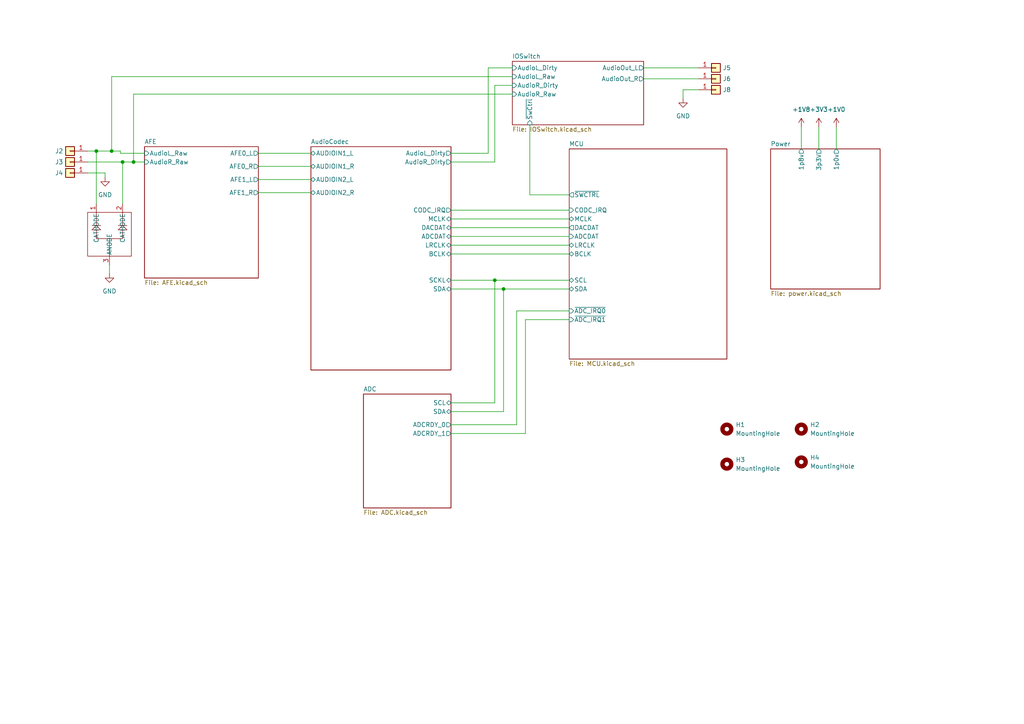
<source format=kicad_sch>
(kicad_sch (version 20230121) (generator eeschema)
  (paper "A4")
  (lib_symbols
    (symbol "Connector_Generic:Conn_01x01" (pin_names (offset 1.016) hide)
      (property "Reference" "J" (at 0 2.54 0))
      (property "Value" "Conn_01x01" (at 0 -2.54 0))
      (symbol "Conn_01x01_1_1"
        (rectangle (start -1.27 0.127) (end 0 -0.127) (stroke (width 0.1524)))
        (rectangle (start -1.27 1.27) (end 1.27 -1.27) (stroke (width 0.254)) (fill (type background)))
        (pin passive line (at -5.08 0 0) (length 3.81) (name "Pin_1") (number "1"))
      )
    )
    (symbol "Mechanical:MountingHole" (pin_names (offset 1.016))
      (property "Reference" "H" (at 0 5.08 0))
      (property "Value" "MountingHole" (at 0 3.175 0))
      (symbol "MountingHole_0_1"
        (circle (center 0 0) (radius 1.27) (stroke (width 1.27)))
      )
    )
    (symbol "TeenieWeenie:SM05T1G" (pin_names (offset 0.254))
      (symbol "SM05T1G_0_1"
        (rectangle (start -6.35 7.62) (end 6.35 -5.08))
        (polyline (pts (xy -5.08 3.81) (xy -2.54 3.81)))
        (polyline (pts (xy -3.81 3.81) (xy -3.81 7.62)))
        (polyline (pts (xy 0 -5.08) (xy 0 -3.81)))
        (polyline (pts (xy 0 -3.81) (xy 0 0)))
        (polyline (pts (xy 2.54 3.81) (xy 5.08 3.81)))
        (polyline (pts (xy 3.81 3.81) (xy 3.81 7.62)))
        (polyline (pts (xy -3.81 2.54) (xy -3.81 0) (xy 0 0)))
        (polyline (pts (xy 3.81 2.54) (xy 3.81 0) (xy 0 0)))
        (polyline (pts (xy -5.08 2.54) (xy -2.54 2.54) (xy -3.81 3.81) (xy -5.08 2.54)))
        (polyline (pts (xy 2.54 2.54) (xy 5.08 2.54) (xy 3.81 3.81) (xy 2.54 2.54)))
      )
      (symbol "SM05T1G_1_1"
        (pin unspecified line (at -3.81 10.16 270) (length 2.54) (name "CATHODE") (number "1"))
        (pin unspecified line (at 3.81 10.16 270) (length 2.54) (name "CATHODE") (number "2"))
        (pin unspecified line (at 0 -7.62 90) (length 2.54) (name "ANODE") (number "3"))
      )
    )
    (symbol "power:+1V0" (power) (pin_names (offset 0))
      (property "Value" "+1V0" (at 0 3.556 0))
      (symbol "+1V0_0_1"
        (polyline (pts (xy -0.762 1.27) (xy 0 2.54)))
        (polyline (pts (xy 0 0) (xy 0 2.54)))
        (polyline (pts (xy 0 2.54) (xy 0.762 1.27)))
      )
      (symbol "+1V0_1_1"
        (pin power_in line (at 0 0 90) (length 0) hide (name "+1V0") (number "1"))
      )
    )
    (symbol "power:+1V8" (power) (pin_names (offset 0))
      (property "Value" "+1V8" (at 0 3.556 0))
      (symbol "+1V8_0_1"
        (polyline (pts (xy -0.762 1.27) (xy 0 2.54)))
        (polyline (pts (xy 0 0) (xy 0 2.54)))
        (polyline (pts (xy 0 2.54) (xy 0.762 1.27)))
      )
      (symbol "+1V8_1_1"
        (pin power_in line (at 0 0 90) (length 0) hide (name "+1V8") (number "1"))
      )
    )
    (symbol "power:+3V3" (power) (pin_names (offset 0))
      (property "Value" "+3V3" (at 0 3.556 0))
      (symbol "+3V3_0_1"
        (polyline (pts (xy -0.762 1.27) (xy 0 2.54)))
        (polyline (pts (xy 0 0) (xy 0 2.54)))
        (polyline (pts (xy 0 2.54) (xy 0.762 1.27)))
      )
      (symbol "+3V3_1_1"
        (pin power_in line (at 0 0 90) (length 0) hide (name "+3V3") (number "1"))
      )
    )
    (symbol "power:GND" (power) (pin_names (offset 0))
      (property "Value" "GND" (at 0 -3.81 0))
      (symbol "GND_0_1"
        (polyline (pts (xy 0 0) (xy 0 -1.27) (xy 1.27 -1.27) (xy 0 -2.54) (xy -1.27 -1.27) (xy 0 -1.27)))
      )
      (symbol "GND_1_1"
        (pin power_in line (at 0 0 270) (length 0) hide (name "GND") (number "1"))
      )
    )
  )
  (junction (at 32.385 43.815))
  (junction (at 27.94 43.815))
  (junction (at 35.56 46.99))
  (junction (at 146.05 83.82))
  (junction (at 143.51 81.28))
  (junction (at 38.735 46.99))
  (wire (pts (xy 27.94 43.815) (xy 27.94 59.055)))
  (wire (pts (xy 186.69 22.86) (xy 202.565 22.86)))
  (wire (pts (xy 149.86 90.17) (xy 165.1 90.17)))
  (wire (pts (xy 35.56 46.99) (xy 38.735 46.99)))
  (wire (pts (xy 130.81 71.12) (xy 165.1 71.12)))
  (wire (pts (xy 31.75 76.835) (xy 31.75 79.375)))
  (wire (pts (xy 130.81 119.38) (xy 146.05 119.38)))
  (wire (pts (xy 152.4 92.71) (xy 165.1 92.71)))
  (wire (pts (xy 74.93 55.88) (xy 90.17 55.88)))
  (wire (pts (xy 130.81 125.73) (xy 152.4 125.73)))
  (wire (pts (xy 32.385 43.815) (xy 34.925 43.815)))
  (wire (pts (xy 130.81 44.45) (xy 141.605 44.45)))
  (wire (pts (xy 74.93 48.26) (xy 90.17 48.26)))
  (wire (pts (xy 242.57 36.83) (xy 242.57 43.18)))
  (wire (pts (xy 130.81 81.28) (xy 143.51 81.28)))
  (wire (pts (xy 130.81 68.58) (xy 165.1 68.58)))
  (wire (pts (xy 38.735 27.305) (xy 38.735 46.99)))
  (wire (pts (xy 237.49 36.83) (xy 237.49 43.18)))
  (wire (pts (xy 74.93 44.45) (xy 90.17 44.45)))
  (wire (pts (xy 130.81 60.96) (xy 165.1 60.96)))
  (wire (pts (xy 34.925 43.815) (xy 34.925 44.45)))
  (wire (pts (xy 130.81 63.5) (xy 165.1 63.5)))
  (wire (pts (xy 130.81 116.84) (xy 143.51 116.84)))
  (wire (pts (xy 143.51 116.84) (xy 143.51 81.28)))
  (wire (pts (xy 74.93 52.07) (xy 90.17 52.07)))
  (wire (pts (xy 153.67 36.195) (xy 153.67 56.515)))
  (wire (pts (xy 198.12 28.575) (xy 198.12 26.035)))
  (wire (pts (xy 25.4 50.165) (xy 30.48 50.165)))
  (wire (pts (xy 148.59 27.305) (xy 38.735 27.305)))
  (wire (pts (xy 30.48 51.435) (xy 30.48 50.165)))
  (wire (pts (xy 148.59 22.225) (xy 32.385 22.225)))
  (wire (pts (xy 32.385 22.225) (xy 32.385 43.815)))
  (wire (pts (xy 143.51 81.28) (xy 165.1 81.28)))
  (wire (pts (xy 25.4 43.815) (xy 27.94 43.815)))
  (wire (pts (xy 146.05 119.38) (xy 146.05 83.82)))
  (wire (pts (xy 35.56 46.99) (xy 35.56 59.055)))
  (wire (pts (xy 143.51 46.99) (xy 130.81 46.99)))
  (wire (pts (xy 186.69 19.685) (xy 202.565 19.685)))
  (wire (pts (xy 27.94 43.815) (xy 32.385 43.815)))
  (wire (pts (xy 141.605 19.685) (xy 141.605 44.45)))
  (wire (pts (xy 148.59 19.685) (xy 141.605 19.685)))
  (wire (pts (xy 38.735 46.99) (xy 41.91 46.99)))
  (wire (pts (xy 153.67 56.515) (xy 165.1 56.515)))
  (wire (pts (xy 34.925 44.45) (xy 41.91 44.45)))
  (wire (pts (xy 143.51 24.765) (xy 143.51 46.99)))
  (wire (pts (xy 148.59 24.765) (xy 143.51 24.765)))
  (wire (pts (xy 146.05 83.82) (xy 165.1 83.82)))
  (wire (pts (xy 25.4 46.99) (xy 35.56 46.99)))
  (wire (pts (xy 149.86 123.19) (xy 149.86 90.17)))
  (wire (pts (xy 152.4 125.73) (xy 152.4 92.71)))
  (wire (pts (xy 130.81 73.66) (xy 165.1 73.66)))
  (wire (pts (xy 130.81 83.82) (xy 146.05 83.82)))
  (wire (pts (xy 232.41 36.83) (xy 232.41 43.18)))
  (wire (pts (xy 130.81 123.19) (xy 149.86 123.19)))
  (wire (pts (xy 198.12 26.035) (xy 202.565 26.035)))
  (wire (pts (xy 130.81 66.04) (xy 165.1 66.04)))
  (symbol (lib_id "power:GND") (at 198.12 28.575 0) (unit 1)
    (property "Reference" "#PWR0104" (effects hide))
    (property "Value" "GND" (at 198.12 33.655 0))
  )
  (symbol (lib_id "Connector_Generic:Conn_01x01") (at 20.32 43.815 180) (unit 1)
    (property "Reference" "J2" (at 17.145 43.815 0))
    (property "Value" "Conn_01x01" (effects hide))
    (property "Footprint" "Connector_PinHeader_1.00mm:PinHeader_1x01_P1.00mm_Vertical" (effects hide))
  )
  (symbol (lib_id "Connector_Generic:Conn_01x01") (at 207.645 19.685 0) (unit 1)
    (property "Reference" "J5" (at 210.82 19.685 0))
    (property "Value" "Conn_01x01" (effects hide))
    (property "Footprint" "Connector_PinHeader_1.00mm:PinHeader_1x01_P1.00mm_Vertical" (effects hide))
  )
  (symbol (lib_id "power:+1V0") (at 242.57 36.83 0) (unit 1)
    (property "Reference" "#PWR070" (effects hide))
    (property "Value" "+1V0" (at 242.57 31.75 0))
  )
  (symbol (lib_id "Mechanical:MountingHole") (at 210.82 134.62 0) (unit 1)
    (property "Reference" "H3" (at 213.36 133.35 0) (effects (justify left)))
    (property "Value" "MountingHole" (at 213.36 135.89 0) (effects (justify left)))
    (property "Footprint" "MountingHole:MountingHole_2.2mm_M2_DIN965" (effects hide))
  )
  (symbol (lib_id "Mechanical:MountingHole") (at 232.41 133.985 0) (unit 1)
    (property "Reference" "H4" (at 234.95 132.715 0) (effects (justify left)))
    (property "Value" "MountingHole" (at 234.95 135.255 0) (effects (justify left)))
    (property "Footprint" "MountingHole:MountingHole_2.2mm_M2_DIN965" (effects hide))
  )
  (symbol (lib_id "Connector_Generic:Conn_01x01") (at 20.32 46.99 180) (unit 1)
    (property "Reference" "J3" (at 17.145 46.99 0))
    (property "Value" "Conn_01x01" (effects hide))
    (property "Footprint" "Connector_PinHeader_1.00mm:PinHeader_1x01_P1.00mm_Vertical" (effects hide))
  )
  (symbol (lib_id "Mechanical:MountingHole") (at 210.82 124.46 0) (unit 1)
    (property "Reference" "H1" (at 213.36 123.19 0) (effects (justify left)))
    (property "Value" "MountingHole" (at 213.36 125.73 0) (effects (justify left)))
    (property "Footprint" "MountingHole:MountingHole_2.2mm_M2_DIN965" (effects hide))
  )
  (symbol (lib_id "power:+3V3") (at 237.49 36.83 0) (unit 1)
    (property "Reference" "#PWR069" (effects hide))
    (property "Value" "+3V3" (at 237.49 31.75 0))
  )
  (symbol (lib_id "Connector_Generic:Conn_01x01") (at 20.32 50.165 180) (unit 1)
    (property "Reference" "J4" (at 17.145 50.165 0))
    (property "Value" "Conn_01x01" (effects hide))
    (property "Footprint" "Connector_PinHeader_1.00mm:PinHeader_1x01_P1.00mm_Vertical" (effects hide))
  )
  (symbol (lib_id "TeenieWeenie:SM05T1G") (at 31.75 69.215 0) (unit 1)
    (property "Reference" "U7" (effects hide))
    (property "Value" "SM05T1G" (effects hide))
    (property "Footprint" "TeenieWeenieLibrary:SOT-23_ONS" (effects hide))
    (property "Datasheet" "SM05T1G" (effects hide))
  )
  (symbol (lib_id "Mechanical:MountingHole") (at 232.41 124.46 0) (unit 1)
    (property "Reference" "H2" (at 234.95 123.19 0) (effects (justify left)))
    (property "Value" "MountingHole" (at 234.95 125.73 0) (effects (justify left)))
    (property "Footprint" "MountingHole:MountingHole_2.2mm_M2_DIN965" (effects hide))
  )
  (symbol (lib_id "Connector_Generic:Conn_01x01") (at 207.645 22.86 0) (unit 1)
    (property "Reference" "J6" (at 210.82 22.86 0))
    (property "Value" "Conn_01x01" (effects hide))
    (property "Footprint" "Connector_PinHeader_1.00mm:PinHeader_1x01_P1.00mm_Vertical" (effects hide))
  )
  (symbol (lib_id "power:+1V8") (at 232.41 36.83 0) (unit 1)
    (property "Reference" "#PWR071" (effects hide))
    (property "Value" "+1V8" (at 232.41 31.75 0))
  )
  (symbol (lib_id "power:GND") (at 31.75 79.375 0) (unit 1)
    (property "Reference" "#PWR0111" (effects hide))
    (property "Value" "GND" (at 31.75 84.455 0))
  )
  (symbol (lib_id "Connector_Generic:Conn_01x01") (at 207.645 26.035 0) (unit 1)
    (property "Reference" "J8" (at 210.82 26.035 0))
    (property "Value" "Conn_01x01" (effects hide))
    (property "Footprint" "Connector_PinHeader_1.00mm:PinHeader_1x01_P1.00mm_Vertical" (effects hide))
  )
  (symbol (lib_id "power:GND") (at 30.48 51.435 0) (unit 1)
    (property "Reference" "#PWR0102" (effects hide))
    (property "Value" "GND" (at 30.48 56.515 0))
  )
  (sheet (at 148.59 17.78) (size 38.1 18.415) (stroke (width 0.1524))
    (property "Sheetname" "IOSwitch" (at 148.59 17.0684 0) (effects (justify left bottom)))
    (property "Sheetfile" "IOSwitch.kicad_sch" (at 148.59 36.7796 0) (effects (justify left top)))
    (pin "AudioOut_L" output (at 186.69 19.685 0))
    (pin "AudioR_Dirty" input (at 148.59 24.765 180))
    (pin "AudioL_Raw" input (at 148.59 22.225 180))
    (pin "AudioR_Raw" input (at 148.59 27.305 180))
    (pin "AudioOut_R" output (at 186.69 22.86 0))
    (pin "AudioL_Dirty" input (at 148.59 19.685 180))
    (pin "~{SwCtrl}" input (at 153.67 36.195 270))
  )
  (sheet (at 105.41 114.3) (size 25.4 33.02) (stroke (width 0.1524))
    (property "Sheetname" "ADC" (at 105.41 113.5884 0) (effects (justify left bottom)))
    (property "Sheetfile" "ADC.kicad_sch" (at 105.41 147.9046 0) (effects (justify left top)))
    (pin "ADCRDY_0" output (at 130.81 123.19 0))
    (pin "ADCRDY_1" output (at 130.81 125.73 0))
    (pin "SCL" bidirectional (at 130.81 116.84 0))
    (pin "SDA" bidirectional (at 130.81 119.38 0))
  )
  (sheet (at 41.91 42.545) (size 33.02 38.1) (stroke (width 0.1524))
    (property "Sheetname" "AFE" (at 41.91 41.8334 0) (effects (justify left bottom)))
    (property "Sheetfile" "AFE.kicad_sch" (at 41.91 81.2296 0) (effects (justify left top)))
    (pin "AFE0_L" output (at 74.93 44.45 0))
    (pin "AFE0_R" output (at 74.93 48.26 0))
    (pin "AFE1_L" output (at 74.93 52.07 0))
    (pin "AFE1_R" output (at 74.93 55.88 0))
    (pin "AudioL_Raw" input (at 41.91 44.45 180))
    (pin "AudioR_Raw" input (at 41.91 46.99 180))
  )
  (sheet (at 165.1 43.18) (size 45.72 60.96) (stroke (width 0.1524))
    (property "Sheetname" "MCU" (at 165.1 42.4684 0) (effects (justify left bottom)))
    (property "Sheetfile" "MCU.kicad_sch" (at 165.1 104.7246 0) (effects (justify left top)))
    (pin "CODC_IRQ" input (at 165.1 60.96 180))
    (pin "MCLK" bidirectional (at 165.1 63.5 180))
    (pin "DACDAT" output (at 165.1 66.04 180))
    (pin "ADCDAT" input (at 165.1 68.58 180))
    (pin "LRCLK" bidirectional (at 165.1 71.12 180))
    (pin "BCLK" bidirectional (at 165.1 73.66 180))
    (pin "~{ADC_IRQ1}" input (at 165.1 92.71 180))
    (pin "~{ADC_IRQ0}" input (at 165.1 90.17 180))
    (pin "SDA" bidirectional (at 165.1 83.82 180))
    (pin "SCL" bidirectional (at 165.1 81.28 180))
    (pin "~{SWCTRL}" output (at 165.1 56.515 180))
  )
  (sheet (at 223.52 43.18) (size 31.75 40.64) (stroke (width 0.1524))
    (property "Sheetname" "Power" (at 223.52 42.4684 0) (effects (justify left bottom)))
    (property "Sheetfile" "power.kicad_sch" (at 223.52 84.4046 0) (effects (justify left top)))
    (pin "1p8v" output (at 232.41 43.18 90))
    (pin "3p3V" output (at 237.49 43.18 90))
    (pin "1p0v" output (at 242.57 43.18 90))
  )
  (sheet (at 90.17 42.545) (size 40.64 64.77) (stroke (width 0.1524))
    (property "Sheetname" "AudioCodec" (at 90.17 41.8334 0) (effects (justify left bottom)))
    (property "Sheetfile" "AudioCodec.kicad_sch" (effects hide))
    (pin "MCLK" bidirectional (at 130.81 63.5 0))
    (pin "DACDAT" bidirectional (at 130.81 66.04 0))
    (pin "LRCLK" bidirectional (at 130.81 71.12 0))
    (pin "ADCDAT" bidirectional (at 130.81 68.58 0))
    (pin "BCLK" bidirectional (at 130.81 73.66 0))
    (pin "AUDIOIN2_L" bidirectional (at 90.17 52.07 180))
    (pin "AUDIOIN2_R" bidirectional (at 90.17 55.88 180))
    (pin "AUDIOIN1_L" bidirectional (at 90.17 44.45 180))
    (pin "AUDIOIN1_R" bidirectional (at 90.17 48.26 180))
    (pin "CODC_IRQ" output (at 130.81 60.96 0))
    (pin "SCKL" bidirectional (at 130.81 81.28 0))
    (pin "SDA" bidirectional (at 130.81 83.82 0))
    (pin "AudioL_Dirty" output (at 130.81 44.45 0))
    (pin "AudioR_Dirty" output (at 130.81 46.99 0))
  )
)
</source>
